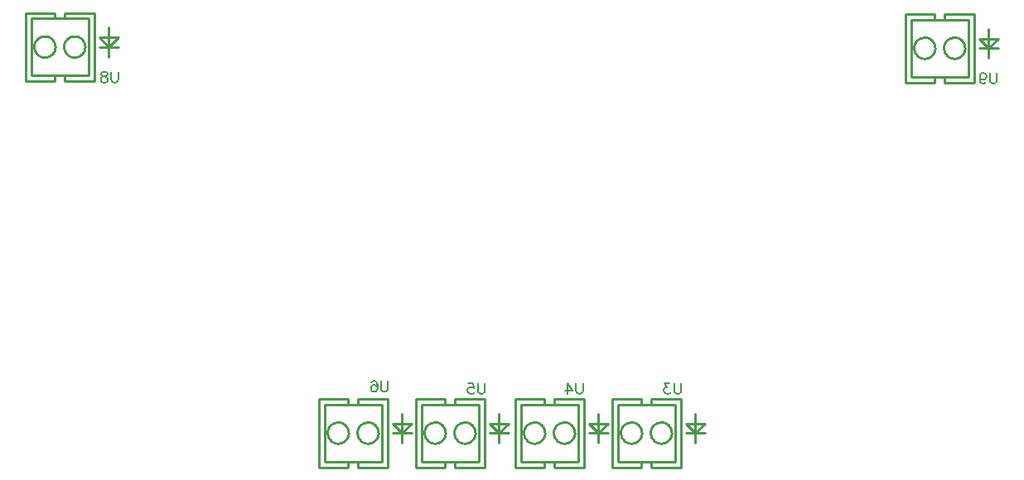
<source format=gbo>
G04 Layer: BottomSilkscreenLayer*
G04 EasyEDA v6.5.48, 2025-03-25 09:41:14*
G04 1b9fd03e791046f9bebca906f8adb083,878c4c1e0da8487e804687d0af4422f9,10*
G04 Gerber Generator version 0.2*
G04 Scale: 100 percent, Rotated: No, Reflected: No *
G04 Dimensions in millimeters *
G04 leading zeros omitted , absolute positions ,4 integer and 5 decimal *
%FSLAX45Y45*%
%MOMM*%

%ADD10C,0.1524*%
%ADD11C,0.2540*%

%LPD*%
D10*
X6857961Y1029700D02*
G01*
X6857961Y951722D01*
X6852881Y936228D01*
X6842467Y925814D01*
X6826719Y920734D01*
X6816305Y920734D01*
X6800811Y925814D01*
X6790397Y936228D01*
X6785317Y951722D01*
X6785317Y1029700D01*
X6740613Y1029700D02*
G01*
X6683463Y1029700D01*
X6714451Y988044D01*
X6698957Y988044D01*
X6688543Y982964D01*
X6683463Y977884D01*
X6678129Y962136D01*
X6678129Y951722D01*
X6683463Y936228D01*
X6693877Y925814D01*
X6709371Y920734D01*
X6724865Y920734D01*
X6740613Y925814D01*
X6745693Y930894D01*
X6751027Y941308D01*
X5854664Y1029698D02*
G01*
X5854664Y951720D01*
X5849584Y936226D01*
X5839170Y925812D01*
X5823422Y920732D01*
X5813008Y920732D01*
X5797514Y925812D01*
X5787100Y936226D01*
X5782020Y951720D01*
X5782020Y1029698D01*
X5695660Y1029698D02*
G01*
X5747730Y957054D01*
X5669752Y957054D01*
X5695660Y1029698D02*
G01*
X5695660Y920732D01*
X4851361Y1029698D02*
G01*
X4851361Y951720D01*
X4846281Y936226D01*
X4835867Y925812D01*
X4820119Y920732D01*
X4809705Y920732D01*
X4794211Y925812D01*
X4783797Y936226D01*
X4778717Y951720D01*
X4778717Y1029698D01*
X4681943Y1029698D02*
G01*
X4734013Y1029698D01*
X4739093Y982962D01*
X4734013Y988042D01*
X4718265Y993376D01*
X4702771Y993376D01*
X4687277Y988042D01*
X4676863Y977882D01*
X4671529Y962134D01*
X4671529Y951720D01*
X4676863Y936226D01*
X4687277Y925812D01*
X4702771Y920732D01*
X4718265Y920732D01*
X4734013Y925812D01*
X4739093Y930892D01*
X4744427Y941306D01*
X3860764Y1055095D02*
G01*
X3860764Y977117D01*
X3855684Y961623D01*
X3845270Y951209D01*
X3829522Y946129D01*
X3819108Y946129D01*
X3803614Y951209D01*
X3793200Y961623D01*
X3788120Y977117D01*
X3788120Y1055095D01*
X3691346Y1039601D02*
G01*
X3696680Y1050015D01*
X3712174Y1055095D01*
X3722588Y1055095D01*
X3738082Y1050015D01*
X3748496Y1034267D01*
X3753830Y1008359D01*
X3753830Y982451D01*
X3748496Y961623D01*
X3738082Y951209D01*
X3722588Y946129D01*
X3717254Y946129D01*
X3701760Y951209D01*
X3691346Y961623D01*
X3686266Y977117D01*
X3686266Y982451D01*
X3691346Y997945D01*
X3701760Y1008359D01*
X3717254Y1013439D01*
X3722588Y1013439D01*
X3738082Y1008359D01*
X3748496Y997945D01*
X3753830Y982451D01*
X1104907Y4217405D02*
G01*
X1104907Y4139427D01*
X1099827Y4123933D01*
X1089413Y4113519D01*
X1073665Y4108439D01*
X1063251Y4108439D01*
X1047757Y4113519D01*
X1037343Y4123933D01*
X1032263Y4139427D01*
X1032263Y4217405D01*
X971811Y4217405D02*
G01*
X987559Y4212325D01*
X992639Y4201911D01*
X992639Y4191497D01*
X987559Y4181083D01*
X977145Y4175749D01*
X956317Y4170669D01*
X940823Y4165589D01*
X930409Y4155175D01*
X925075Y4144761D01*
X925075Y4129013D01*
X930409Y4118599D01*
X935489Y4113519D01*
X951237Y4108439D01*
X971811Y4108439D01*
X987559Y4113519D01*
X992639Y4118599D01*
X997973Y4129013D01*
X997973Y4144761D01*
X992639Y4155175D01*
X982225Y4165589D01*
X966731Y4170669D01*
X945903Y4175749D01*
X935489Y4181083D01*
X930409Y4191497D01*
X930409Y4201911D01*
X935489Y4212325D01*
X951237Y4217405D01*
X971811Y4217405D01*
X10083789Y4204738D02*
G01*
X10083789Y4126760D01*
X10078709Y4111266D01*
X10068295Y4100852D01*
X10052547Y4095772D01*
X10042133Y4095772D01*
X10026639Y4100852D01*
X10016225Y4111266D01*
X10011145Y4126760D01*
X10011145Y4204738D01*
X9909291Y4168416D02*
G01*
X9914371Y4152922D01*
X9924785Y4142508D01*
X9940279Y4137174D01*
X9945613Y4137174D01*
X9961107Y4142508D01*
X9971521Y4152922D01*
X9976855Y4168416D01*
X9976855Y4173496D01*
X9971521Y4189244D01*
X9961107Y4199658D01*
X9945613Y4204738D01*
X9940279Y4204738D01*
X9924785Y4199658D01*
X9914371Y4189244D01*
X9909291Y4168416D01*
X9909291Y4142508D01*
X9914371Y4116346D01*
X9924785Y4100852D01*
X9940279Y4095772D01*
X9950693Y4095772D01*
X9966441Y4100852D01*
X9971521Y4111266D01*
D11*
X6794487Y812800D02*
G01*
X6210287Y812800D01*
X6210287Y228600D01*
X6794487Y228600D01*
X6794487Y812800D01*
X7002386Y720699D02*
G01*
X7002386Y420700D01*
X7102386Y520700D02*
G01*
X6902386Y520700D01*
X7102386Y620699D02*
G01*
X6902386Y620699D01*
X7002386Y520700D01*
X7102386Y620699D01*
X6452395Y170700D02*
G01*
X6152393Y170700D01*
X6152393Y870699D01*
X6452395Y870699D01*
X6852389Y870699D02*
G01*
X6852389Y170700D01*
X6552394Y170700D01*
X6852389Y870699D02*
G01*
X6552394Y870699D01*
X6452400Y230634D02*
G01*
X6452400Y170687D01*
X6552476Y220723D02*
G01*
X6552476Y170687D01*
X6452395Y870699D02*
G01*
X6452395Y820699D01*
X6552476Y870712D02*
G01*
X6552476Y820676D01*
X5803889Y812800D02*
G01*
X5219689Y812800D01*
X5219689Y228600D01*
X5803889Y228600D01*
X5803889Y812800D01*
X6011788Y720699D02*
G01*
X6011788Y420700D01*
X6111788Y520700D02*
G01*
X5911789Y520700D01*
X6111788Y620699D02*
G01*
X5911789Y620699D01*
X6011788Y520700D01*
X6111788Y620699D01*
X5461797Y170700D02*
G01*
X5161795Y170700D01*
X5161795Y870699D01*
X5461797Y870699D01*
X5861791Y870699D02*
G01*
X5861791Y170700D01*
X5561797Y170700D01*
X5861791Y870699D02*
G01*
X5561797Y870699D01*
X5461802Y230634D02*
G01*
X5461802Y170687D01*
X5561878Y220723D02*
G01*
X5561878Y170687D01*
X5461797Y870699D02*
G01*
X5461797Y820699D01*
X5561878Y870712D02*
G01*
X5561878Y820676D01*
X4787889Y812800D02*
G01*
X4203689Y812800D01*
X4203689Y228600D01*
X4787889Y228600D01*
X4787889Y812800D01*
X4995788Y720699D02*
G01*
X4995788Y420700D01*
X5095788Y520700D02*
G01*
X4895789Y520700D01*
X5095788Y620699D02*
G01*
X4895789Y620699D01*
X4995788Y520700D01*
X5095788Y620699D01*
X4445797Y170700D02*
G01*
X4145795Y170700D01*
X4145795Y870699D01*
X4445797Y870699D01*
X4845791Y870699D02*
G01*
X4845791Y170700D01*
X4545797Y170700D01*
X4845791Y870699D02*
G01*
X4545797Y870699D01*
X4445802Y230634D02*
G01*
X4445802Y170687D01*
X4545878Y220723D02*
G01*
X4545878Y170687D01*
X4445797Y870699D02*
G01*
X4445797Y820699D01*
X4545878Y870712D02*
G01*
X4545878Y820676D01*
X4005191Y720699D02*
G01*
X4005191Y420700D01*
X4105191Y520700D02*
G01*
X3905191Y520700D01*
X4105191Y620699D02*
G01*
X3905191Y620699D01*
X4005191Y520700D01*
X4105191Y620699D01*
X3455200Y170700D02*
G01*
X3155198Y170700D01*
X3155198Y870699D01*
X3455200Y870699D01*
X3855194Y870699D02*
G01*
X3855194Y170700D01*
X3555199Y170700D01*
X3855194Y870699D02*
G01*
X3555199Y870699D01*
X3455205Y230634D02*
G01*
X3455205Y170687D01*
X3555281Y220723D02*
G01*
X3555281Y170687D01*
X3455200Y870699D02*
G01*
X3455200Y820699D01*
X3555281Y870712D02*
G01*
X3555281Y820676D01*
X3797292Y812800D02*
G01*
X3213092Y812800D01*
X3213092Y228600D01*
X3797292Y228600D01*
X3797292Y812800D01*
X800089Y4762522D02*
G01*
X215889Y4762522D01*
X215889Y4178322D01*
X800089Y4178322D01*
X800089Y4762522D01*
X1007988Y4670422D02*
G01*
X1007988Y4370423D01*
X1107988Y4470422D02*
G01*
X907989Y4470422D01*
X1107988Y4570422D02*
G01*
X907989Y4570422D01*
X1007988Y4470422D01*
X1107988Y4570422D01*
X457997Y4120423D02*
G01*
X157995Y4120423D01*
X157995Y4820422D01*
X457997Y4820422D01*
X857991Y4820422D02*
G01*
X857991Y4120423D01*
X557997Y4120423D01*
X857991Y4820422D02*
G01*
X557997Y4820422D01*
X458002Y4180357D02*
G01*
X458002Y4120410D01*
X558078Y4170446D02*
G01*
X558078Y4120410D01*
X457997Y4820422D02*
G01*
X457997Y4770422D01*
X558078Y4820434D02*
G01*
X558078Y4770399D01*
X9999588Y4657722D02*
G01*
X9999588Y4357723D01*
X10099588Y4457722D02*
G01*
X9899589Y4457722D01*
X10099588Y4557722D02*
G01*
X9899589Y4557722D01*
X9999588Y4457722D01*
X10099588Y4557722D01*
X9449597Y4107723D02*
G01*
X9149595Y4107723D01*
X9149595Y4807722D01*
X9449597Y4807722D01*
X9849591Y4807722D02*
G01*
X9849591Y4107723D01*
X9549597Y4107723D01*
X9849591Y4807722D02*
G01*
X9549597Y4807722D01*
X9449602Y4167657D02*
G01*
X9449602Y4107710D01*
X9549678Y4157746D02*
G01*
X9549678Y4107710D01*
X9449597Y4807722D02*
G01*
X9449597Y4757722D01*
X9549678Y4807734D02*
G01*
X9549678Y4757699D01*
X9791689Y4749822D02*
G01*
X9207489Y4749822D01*
X9207489Y4165622D01*
X9791689Y4165622D01*
X9791689Y4749822D01*
G75*
G01*
X6248405Y482562D02*
G02*
X6252952Y472135I101601J38099D01*
G75*
G01*
X6553192Y482600D02*
G02*
X6557739Y472173I101601J38099D01*
G75*
G01*
X5257808Y482562D02*
G02*
X5262354Y472135I101600J38099D01*
G75*
G01*
X5562595Y482600D02*
G02*
X5567142Y472173I101600J38099D01*
G75*
G01*
X4241808Y482562D02*
G02*
X4246354Y472135I101600J38099D01*
G75*
G01*
X4546595Y482600D02*
G02*
X4551142Y472173I101600J38099D01*
G75*
G01*
X3251210Y482562D02*
G02*
X3255757Y472135I101601J38099D01*
G75*
G01*
X3555997Y482600D02*
G02*
X3560544Y472173I101601J38099D01*
G75*
G01*
X254008Y4432285D02*
G02*
X258554Y4421858I101600J38098D01*
G75*
G01*
X558795Y4432323D02*
G02*
X563342Y4421896I101600J38098D01*
G75*
G01*
X9245608Y4419585D02*
G02*
X9250154Y4409158I101600J38098D01*
G75*
G01*
X9550395Y4419623D02*
G02*
X9554942Y4409196I101600J38098D01*
M02*

</source>
